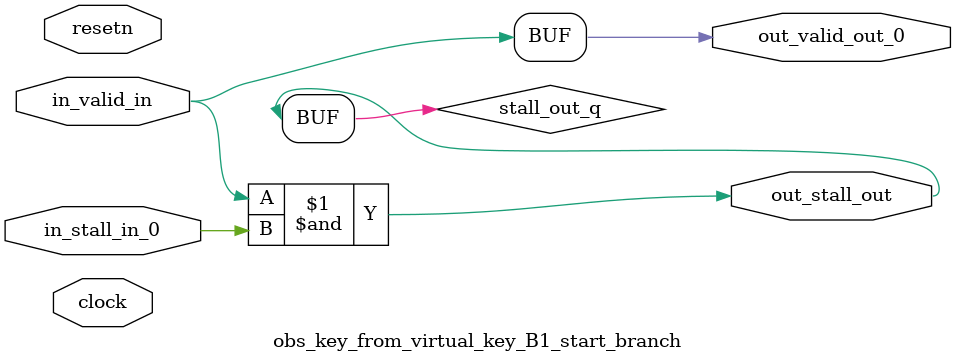
<source format=sv>



(* altera_attribute = "-name AUTO_SHIFT_REGISTER_RECOGNITION OFF; -name MESSAGE_DISABLE 10036; -name MESSAGE_DISABLE 10037; -name MESSAGE_DISABLE 14130; -name MESSAGE_DISABLE 14320; -name MESSAGE_DISABLE 15400; -name MESSAGE_DISABLE 14130; -name MESSAGE_DISABLE 10036; -name MESSAGE_DISABLE 12020; -name MESSAGE_DISABLE 12030; -name MESSAGE_DISABLE 12010; -name MESSAGE_DISABLE 12110; -name MESSAGE_DISABLE 14320; -name MESSAGE_DISABLE 13410; -name MESSAGE_DISABLE 113007; -name MESSAGE_DISABLE 10958" *)
module obs_key_from_virtual_key_B1_start_branch (
    input wire [0:0] in_stall_in_0,
    input wire [0:0] in_valid_in,
    output wire [0:0] out_stall_out,
    output wire [0:0] out_valid_out_0,
    input wire clock,
    input wire resetn
    );

    wire [0:0] stall_out_q;


    // stall_out(LOGICAL,6)
    assign stall_out_q = in_valid_in & in_stall_in_0;

    // out_stall_out(GPOUT,4)
    assign out_stall_out = stall_out_q;

    // out_valid_out_0(GPOUT,5)
    assign out_valid_out_0 = in_valid_in;

endmodule

</source>
